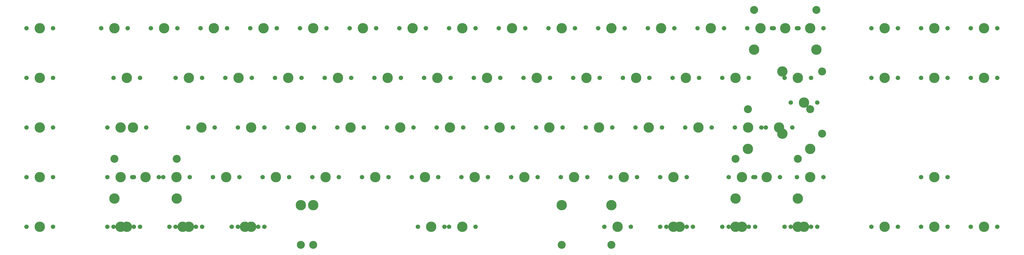
<source format=gbr>
%TF.GenerationSoftware,Altium Limited,Altium Designer,22.1.2 (22)*%
G04 Layer_Color=0*
%FSLAX26Y26*%
%MOIN*%
%TF.SameCoordinates,6AB8E791-3C66-40CF-9B94-9E67D8B32DB7*%
%TF.FilePolarity,Positive*%
%TF.FileFunction,NonPlated,1,2,NPTH,Drill*%
%TF.Part,Single*%
G01*
G75*
%TA.AperFunction,ComponentDrill*%
%ADD83C,0.120000*%
%ADD84C,0.067008*%
%ADD85C,0.157008*%
%ADD86C,0.120000*%
%ADD87C,0.157008*%
D83*
X6015250Y106000D02*
D03*
X10515250D02*
D03*
X12389000Y1406000D02*
D03*
X13329000D02*
D03*
X13516500Y2156000D02*
D03*
X12576500D02*
D03*
X13610250Y3656000D02*
D03*
X12670250D02*
D03*
X9765004Y106000D02*
D03*
X5827996D02*
D03*
X3954000Y1406000D02*
D03*
X3014000D02*
D03*
D84*
X8065250Y381000D02*
D03*
X8465250D02*
D03*
X12659000Y1131000D02*
D03*
X13059000D02*
D03*
X13315000D02*
D03*
X13715000D02*
D03*
X12685000D02*
D03*
X12285000D02*
D03*
X8065236Y3381000D02*
D03*
X8465236D02*
D03*
X15190250Y1131000D02*
D03*
X15590250D02*
D03*
X12846500Y1881000D02*
D03*
X13246500D02*
D03*
X13340250Y3381000D02*
D03*
X12940250D02*
D03*
X7996500Y381000D02*
D03*
X7596500D02*
D03*
X14840250Y3381000D02*
D03*
X14440250D02*
D03*
X6215250D02*
D03*
X5815250D02*
D03*
X13527750Y381000D02*
D03*
X13127750D02*
D03*
X12590250D02*
D03*
X12190250D02*
D03*
X11652750D02*
D03*
X11252750D02*
D03*
X5277750D02*
D03*
X4877750D02*
D03*
X4340250D02*
D03*
X3940250D02*
D03*
X3402750D02*
D03*
X3002750D02*
D03*
X16340250D02*
D03*
X15940250D02*
D03*
X15590250D02*
D03*
X15190250D02*
D03*
X14840250D02*
D03*
X14440250D02*
D03*
X13621500D02*
D03*
X13221500D02*
D03*
X12684000D02*
D03*
X12284000D02*
D03*
X11746500D02*
D03*
X11346500D02*
D03*
X10809000D02*
D03*
X10409000D02*
D03*
X5184000D02*
D03*
X4784000D02*
D03*
X4246500D02*
D03*
X3846500D02*
D03*
X3309000D02*
D03*
X2909000D02*
D03*
X2090250D02*
D03*
X1690250D02*
D03*
X3309000Y1131000D02*
D03*
X2909000D02*
D03*
X11652750D02*
D03*
X11252750D02*
D03*
X10902750D02*
D03*
X10502750D02*
D03*
X10152750D02*
D03*
X9752750D02*
D03*
X9402750D02*
D03*
X9002750D02*
D03*
X8652750D02*
D03*
X8252750D02*
D03*
X7902750D02*
D03*
X7502750D02*
D03*
X7152750D02*
D03*
X6752750D02*
D03*
X6402750D02*
D03*
X6002750D02*
D03*
X5652750D02*
D03*
X5252750D02*
D03*
X4902750D02*
D03*
X4502750D02*
D03*
X4152750D02*
D03*
X3752750D02*
D03*
X3684000D02*
D03*
X3284000D02*
D03*
X2090250D02*
D03*
X1690250D02*
D03*
X13621500Y2256000D02*
D03*
X13221500D02*
D03*
X12777750Y1881000D02*
D03*
X12377750D02*
D03*
X12027750D02*
D03*
X11627750D02*
D03*
X11277750D02*
D03*
X10877750D02*
D03*
X10527750D02*
D03*
X10127750D02*
D03*
X9777750D02*
D03*
X9377750D02*
D03*
X9027750D02*
D03*
X8627750D02*
D03*
X8277750D02*
D03*
X7877750D02*
D03*
X7527750D02*
D03*
X7127750D02*
D03*
X6777750D02*
D03*
X6377750D02*
D03*
X6027750D02*
D03*
X5627750D02*
D03*
X5277750D02*
D03*
X4877750D02*
D03*
X4527750D02*
D03*
X4127750D02*
D03*
X3496500D02*
D03*
X2909000D02*
D03*
X2090250D02*
D03*
X1690250D02*
D03*
X16340250Y2631000D02*
D03*
X15940250D02*
D03*
X15590250D02*
D03*
X15190250D02*
D03*
X14840250D02*
D03*
X14440250D02*
D03*
X13527750D02*
D03*
X13127750D02*
D03*
X12590250D02*
D03*
X12190250D02*
D03*
X11840250D02*
D03*
X11440250D02*
D03*
X11090250D02*
D03*
X10690250D02*
D03*
X10340250D02*
D03*
X9940250D02*
D03*
X9590250D02*
D03*
X9190250D02*
D03*
X8840250D02*
D03*
X8440250D02*
D03*
X8090250D02*
D03*
X7690250D02*
D03*
X7340250D02*
D03*
X6940250D02*
D03*
X6590250D02*
D03*
X6190250D02*
D03*
X5840250D02*
D03*
X5440250D02*
D03*
X5090250D02*
D03*
X4690250D02*
D03*
X4340250D02*
D03*
X3940250D02*
D03*
X3402750D02*
D03*
X3002750D02*
D03*
X2090250D02*
D03*
X1690250D02*
D03*
X16340250Y3381000D02*
D03*
X15940250D02*
D03*
X15590250D02*
D03*
X15190250D02*
D03*
X13715250D02*
D03*
X13315250D02*
D03*
X12965250D02*
D03*
X12565250D02*
D03*
X12215250D02*
D03*
X11815250D02*
D03*
X11465250D02*
D03*
X11065250D02*
D03*
X10715250D02*
D03*
X10315250D02*
D03*
X9965250D02*
D03*
X9565250D02*
D03*
X9215250D02*
D03*
X8815250D02*
D03*
X7715250D02*
D03*
X7315250D02*
D03*
X6965250D02*
D03*
X6565250D02*
D03*
X5465250D02*
D03*
X5065250D02*
D03*
X4715250D02*
D03*
X4315250D02*
D03*
X3965250D02*
D03*
X3565250D02*
D03*
X3215250D02*
D03*
X2815250D02*
D03*
X2090250D02*
D03*
X1690250D02*
D03*
D85*
X6015250Y706000D02*
D03*
X8265250Y381000D02*
D03*
X10515250Y706000D02*
D03*
X12389000Y806000D02*
D03*
X12859000Y1131000D02*
D03*
X13329000Y806000D02*
D03*
X13515000Y1131000D02*
D03*
X12485000D02*
D03*
X8265236Y3381000D02*
D03*
X15390250Y1131000D02*
D03*
X13046500Y1881000D02*
D03*
X13516500Y1556000D02*
D03*
X12576500D02*
D03*
X13610250Y3056000D02*
D03*
X13140250Y3381000D02*
D03*
X12670250Y3056000D02*
D03*
X9765004Y706000D02*
D03*
X7796500Y381000D02*
D03*
X5827996Y706000D02*
D03*
X14640250Y3381000D02*
D03*
X6015250D02*
D03*
X13327750Y381000D02*
D03*
X12390250D02*
D03*
X11452750D02*
D03*
X5077750D02*
D03*
X4140250D02*
D03*
X3202750D02*
D03*
X16140249D02*
D03*
X15390250D02*
D03*
X14640250D02*
D03*
X13421500D02*
D03*
X12484000D02*
D03*
X11546500D02*
D03*
X10609000D02*
D03*
X4984000D02*
D03*
X4046500D02*
D03*
X3109000D02*
D03*
X1890250D02*
D03*
X3109000Y1131000D02*
D03*
X11452750D02*
D03*
X10702750D02*
D03*
X9952750D02*
D03*
X9202750D02*
D03*
X8452750D02*
D03*
X7702750D02*
D03*
X6952750D02*
D03*
X6202750D02*
D03*
X5452750D02*
D03*
X4702750D02*
D03*
X3952750D02*
D03*
X3954000Y806000D02*
D03*
X3484000Y1131000D02*
D03*
X3014000Y806000D02*
D03*
X1890250Y1131000D02*
D03*
X13421500Y2256000D02*
D03*
X12577750Y1881000D02*
D03*
X11827750D02*
D03*
X11077750D02*
D03*
X10327750D02*
D03*
X9577750D02*
D03*
X8827750D02*
D03*
X8077750D02*
D03*
X7327750D02*
D03*
X6577750D02*
D03*
X5827750D02*
D03*
X5077750D02*
D03*
X4327750D02*
D03*
X3296500D02*
D03*
X3109000D02*
D03*
X1890250D02*
D03*
X16140249Y2631000D02*
D03*
X15390250D02*
D03*
X14640250D02*
D03*
X13327750D02*
D03*
X12390250D02*
D03*
X11640250D02*
D03*
X10890250D02*
D03*
X10140250D02*
D03*
X9390250D02*
D03*
X8640250D02*
D03*
X7890250D02*
D03*
X7140250D02*
D03*
X6390250D02*
D03*
X5640250D02*
D03*
X4890250D02*
D03*
X4140250D02*
D03*
X3202750D02*
D03*
X1890250D02*
D03*
X16140249Y3381000D02*
D03*
X15390250D02*
D03*
X13515250D02*
D03*
X12765250D02*
D03*
X12015250D02*
D03*
X11265250D02*
D03*
X10515250D02*
D03*
X9765250D02*
D03*
X9015250D02*
D03*
X7515250D02*
D03*
X6765250D02*
D03*
X5265250D02*
D03*
X4515250D02*
D03*
X3765250D02*
D03*
X3015250D02*
D03*
X1890250D02*
D03*
D86*
X13696500Y2726000D02*
D03*
Y1786000D02*
D03*
D87*
X13096500Y2726000D02*
D03*
Y1786000D02*
D03*
%TF.MD5,33eb0d7fa03d33ec4109f72eb3408df7*%
M02*

</source>
